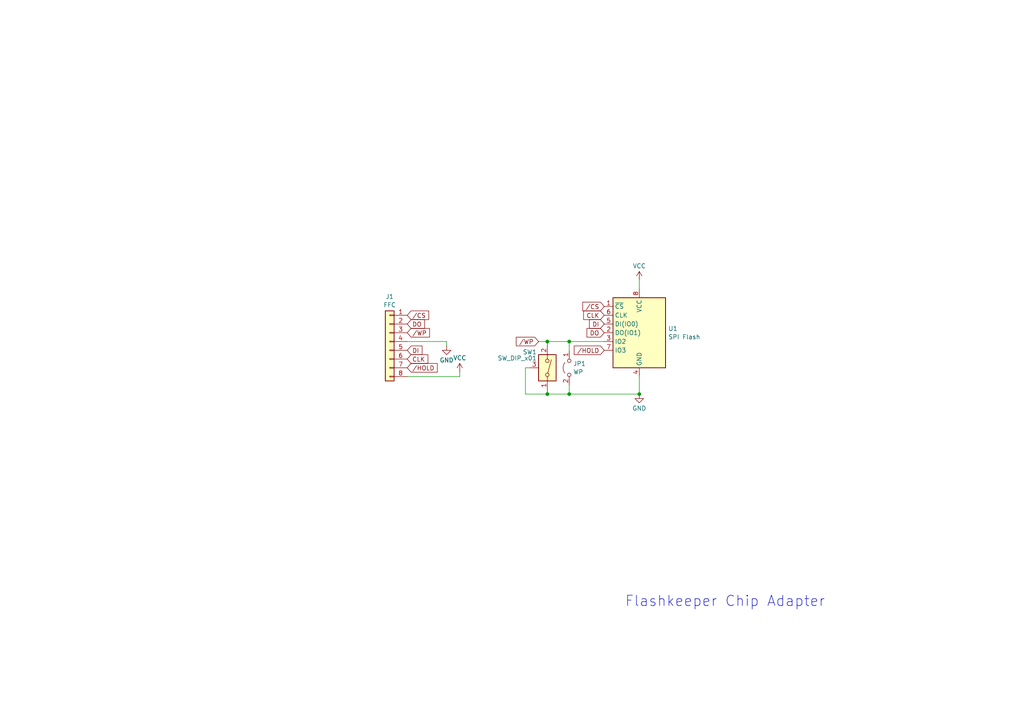
<source format=kicad_sch>
(kicad_sch (version 20231120) (generator "eeschema") (generator_version "8.0")
  (paper "A4")
  (lib_symbols
    (symbol "Connector_Generic:Conn_01x08" (pin_names (offset 1.016) hide)
      (property "Reference" "J" (at 0 10.16 0))
      (property "Value" "Conn_01x08" (at 0 -12.7 0))
      (symbol "Conn_01x08_1_1"
        (rectangle (start -1.27 -10.033) (end 0 -10.287) (stroke (width 0.1524)))
        (rectangle (start -1.27 -7.493) (end 0 -7.747) (stroke (width 0.1524)))
        (rectangle (start -1.27 -4.953) (end 0 -5.207) (stroke (width 0.1524)))
        (rectangle (start -1.27 -2.413) (end 0 -2.667) (stroke (width 0.1524)))
        (rectangle (start -1.27 0.127) (end 0 -0.127) (stroke (width 0.1524)))
        (rectangle (start -1.27 2.667) (end 0 2.413) (stroke (width 0.1524)))
        (rectangle (start -1.27 5.207) (end 0 4.953) (stroke (width 0.1524)))
        (rectangle (start -1.27 7.747) (end 0 7.493) (stroke (width 0.1524)))
        (rectangle (start -1.27 8.89) (end 1.27 -11.43) (stroke (width 0.254)) (fill (type background)))
        (pin passive line (at -5.08 7.62 0) (length 3.81) (name "Pin_1") (number "1"))
        (pin passive line (at -5.08 5.08 0) (length 3.81) (name "Pin_2") (number "2"))
        (pin passive line (at -5.08 2.54 0) (length 3.81) (name "Pin_3") (number "3"))
        (pin passive line (at -5.08 0 0) (length 3.81) (name "Pin_4") (number "4"))
        (pin passive line (at -5.08 -2.54 0) (length 3.81) (name "Pin_5") (number "5"))
        (pin passive line (at -5.08 -5.08 0) (length 3.81) (name "Pin_6") (number "6"))
        (pin passive line (at -5.08 -7.62 0) (length 3.81) (name "Pin_7") (number "7"))
        (pin passive line (at -5.08 -10.16 0) (length 3.81) (name "Pin_8") (number "8"))
      )
    )
    (symbol "Jumper:Jumper_2_Open" (pin_names (offset 0) hide)
      (property "Reference" "JP" (at 0 2.794 0))
      (property "Value" "Jumper_2_Open" (at 0 -2.286 0))
      (symbol "Jumper_2_Open_0_0"
        (circle (center -2.032 0) (radius 0.508))
        (circle (center 2.032 0) (radius 0.508))
      )
      (symbol "Jumper_2_Open_0_1"
        (arc (start 1.524 1.27) (mid 0 1.778) (end -1.524 1.27))
      )
      (symbol "Jumper_2_Open_1_1"
        (pin passive line (at -5.08 0 0) (length 2.54) (name "A") (number "1"))
        (pin passive line (at 5.08 0 180) (length 2.54) (name "B") (number "2"))
      )
    )
    (symbol "Memory_Flash:W25Q32JVSS"
      (property "Reference" "U" (at -6.35 11.43 0))
      (property "Value" "W25Q32JVSS" (at 7.62 11.43 0))
      (symbol "W25Q32JVSS_0_1"
        (rectangle (start -7.62 10.16) (end 7.62 -10.16) (stroke (width 0.254)) (fill (type background)))
      )
      (symbol "W25Q32JVSS_1_1"
        (pin input line (at -10.16 7.62 0) (length 2.54) (name "~{CS}") (number "1"))
        (pin bidirectional line (at -10.16 0 0) (length 2.54) (name "DO(IO1)") (number "2"))
        (pin bidirectional line (at -10.16 -2.54 0) (length 2.54) (name "IO2") (number "3"))
        (pin power_in line (at 0 -12.7 90) (length 2.54) (name "GND") (number "4"))
        (pin bidirectional line (at -10.16 2.54 0) (length 2.54) (name "DI(IO0)") (number "5"))
        (pin input line (at -10.16 5.08 0) (length 2.54) (name "CLK") (number "6"))
        (pin bidirectional line (at -10.16 -5.08 0) (length 2.54) (name "IO3") (number "7"))
        (pin power_in line (at 0 12.7 270) (length 2.54) (name "VCC") (number "8"))
      )
    )
    (symbol "flashkeeper:SW_DIP_x01_Grounded" (pin_names (offset 0) hide)
      (property "Reference" "SW" (at 0 5.842 0))
      (property "Value" "SW_DIP_x01_Grounded" (at 0 3.81 0))
      (symbol "SW_DIP_x01_Grounded_0_0"
        (circle (center -2.032 0) (radius 0.508))
        (polyline (pts (xy -1.524 0.127) (xy 2.3622 1.1684)))
        (circle (center 2.032 0) (radius 0.508))
      )
      (symbol "SW_DIP_x01_Grounded_0_1"
        (rectangle (start -3.81 2.54) (end 3.81 -2.54) (stroke (width 0.254)) (fill (type background)))
      )
      (symbol "SW_DIP_x01_Grounded_1_1"
        (pin passive line (at -7.62 0 0) (length 5.08) (name "~") (number "1"))
        (pin passive line (at 7.62 0 180) (length 5.08) (name "~") (number "2"))
        (pin power_in line (at 0 -5.08 90) (length 2.54) (name "GND") (number "3"))
      )
    )
    (symbol "power:GND" (power) (pin_numbers hide) (pin_names (offset 0) hide)
      (property "Value" "GND" (at 0 -3.81 0))
      (symbol "GND_0_1"
        (polyline (pts (xy 0 0) (xy 0 -1.27) (xy 1.27 -1.27) (xy 0 -2.54) (xy -1.27 -1.27) (xy 0 -1.27)))
      )
      (symbol "GND_1_1"
        (pin power_in line (at 0 0 270) (length 0) (name "~") (number "1"))
      )
    )
    (symbol "power:VCC" (power) (pin_numbers hide) (pin_names (offset 0) hide)
      (property "Value" "VCC" (at 0 3.556 0))
      (symbol "VCC_0_1"
        (polyline (pts (xy -0.762 1.27) (xy 0 2.54)))
        (polyline (pts (xy 0 0) (xy 0 2.54)))
        (polyline (pts (xy 0 2.54) (xy 0.762 1.27)))
      )
      (symbol "VCC_1_1"
        (pin power_in line (at 0 0 90) (length 0) (name "~") (number "1"))
      )
    )
  )
  (junction (at 185.42 114.3))
  (junction (at 158.75 99.06))
  (junction (at 165.1 114.3))
  (junction (at 165.1 99.06))
  (junction (at 158.75 114.3))
  (wire (pts (xy 165.1 99.06) (xy 175.26 99.06)))
  (wire (pts (xy 152.4 106.68) (xy 152.4 114.3)))
  (wire (pts (xy 185.42 83.82) (xy 185.42 81.28)))
  (wire (pts (xy 133.35 107.95) (xy 133.35 109.22)))
  (wire (pts (xy 156.21 99.06) (xy 158.75 99.06)))
  (wire (pts (xy 133.35 109.22) (xy 118.11 109.22)))
  (wire (pts (xy 158.75 99.06) (xy 165.1 99.06)))
  (wire (pts (xy 129.54 99.06) (xy 118.11 99.06)))
  (wire (pts (xy 165.1 101.6) (xy 165.1 99.06)))
  (wire (pts (xy 129.54 100.33) (xy 129.54 99.06)))
  (wire (pts (xy 153.67 106.68) (xy 152.4 106.68)))
  (wire (pts (xy 152.4 114.3) (xy 158.75 114.3)))
  (wire (pts (xy 165.1 114.3) (xy 185.42 114.3)))
  (wire (pts (xy 165.1 114.3) (xy 165.1 111.76)))
  (wire (pts (xy 185.42 109.22) (xy 185.42 114.3)))
  (wire (pts (xy 158.75 114.3) (xy 165.1 114.3)))
  (text "Flashkeeper Chip Adapter" (at 210.312 174.498 0) (effects (font (size 3 3))))
  (global_label "CLK" (shape input) (at 118.11 104.14 0) (property "Intersheetrefs" "${INTERSHEET_REFS}" (effects (hide yes))))
  (global_label "{slash}WP" (shape input) (at 156.21 99.06 180) (property "Intersheetrefs" "${INTERSHEET_REFS}" (effects (hide yes))))
  (global_label "{slash}WP" (shape input) (at 118.11 96.52 0) (property "Intersheetrefs" "${INTERSHEET_REFS}" (effects (hide yes))))
  (global_label "CLK" (shape input) (at 175.26 91.44 180) (property "Intersheetrefs" "${INTERSHEET_REFS}" (effects (hide yes))))
  (global_label "{slash}HOLD" (shape input) (at 118.11 106.68 0) (property "Intersheetrefs" "${INTERSHEET_REFS}" (effects (hide yes))))
  (global_label "DO" (shape input) (at 175.26 96.52 180) (property "Intersheetrefs" "${INTERSHEET_REFS}" (effects (hide yes))))
  (global_label "{slash}CS" (shape input) (at 118.11 91.44 0) (property "Intersheetrefs" "${INTERSHEET_REFS}" (effects (hide yes))))
  (global_label "DI" (shape input) (at 175.26 93.98 180) (property "Intersheetrefs" "${INTERSHEET_REFS}" (effects (hide yes))))
  (global_label "{slash}CS" (shape input) (at 175.26 88.9 180) (property "Intersheetrefs" "${INTERSHEET_REFS}" (effects (hide yes))))
  (global_label "DO" (shape input) (at 118.11 93.98 0) (property "Intersheetrefs" "${INTERSHEET_REFS}" (effects (hide yes))))
  (global_label "{slash}HOLD" (shape input) (at 175.26 101.6 180) (property "Intersheetrefs" "${INTERSHEET_REFS}" (effects (hide yes))))
  (global_label "DI" (shape input) (at 118.11 101.6 0) (property "Intersheetrefs" "${INTERSHEET_REFS}" (effects (hide yes))))
  (symbol (lib_id "Memory_Flash:W25Q32JVSS") (at 185.42 96.52 0) (unit 1)
    (property "Reference" "U1" (at 193.802 95.3078 0) (effects (justify left)))
    (property "Value" "SPI Flash" (at 193.802 97.7321 0) (effects (justify left)))
    (property "Footprint" "flashkeeper:SolderConnector_SOIC8" (effects (hide yes)))
    (property "Datasheet" "http://www.winbond.com/resource-files/w25q32jv%20revg%2003272018%20plus.pdf" (effects (hide yes)))
    (property "Description" "32Mb Serial Flash Memory, Standard/Dual/Quad SPI, SOIC-8" (effects (hide yes)))
  )
  (symbol (lib_id "Jumper:Jumper_2_Open") (at 165.1 106.68 90) (mirror x) (unit 1)
    (property "Reference" "JP1" (at 166.243 105.4678 90) (effects (justify right)))
    (property "Value" "WP" (at 166.243 107.8921 90) (effects (justify right)))
    (property "Footprint" "Jumper:SolderJumper-2_P1.3mm_Open_RoundedPad1.0x1.5mm" (effects (hide yes)))
    (property "Description" "Jumper, 2-pole, open" (effects (hide yes)))
  )
  (symbol (lib_id "flashkeeper:SW_DIP_x01_Grounded") (at 158.75 106.68 270) (mirror x) (unit 1)
    (property "Reference" "SW1" (at 155.702 102.108 90) (effects (justify right)))
    (property "Value" "SW_DIP_x01" (at 155.702 103.886 90) (effects (justify right)))
    (property "Footprint" "Button_Switch_SMD:SW_DIP_SPSTx01_Slide_Copal_CVS-01xB_W5.9mm_P1mm" (effects (hide yes)))
    (property "Description" "1x DIP Switch, Single Pole Single Throw (SPST) switch, small symbol" (effects (hide yes)))
  )
  (symbol (lib_id "power:VCC") (at 185.42 81.28 0) (unit 1)
    (property "Reference" "#PWR02" (effects (hide yes)))
    (property "Value" "VCC" (at 185.42 77.1469 0))
    (property "Description" "Power symbol creates a global label with name \"VCC\"" (effects (hide yes)))
  )
  (symbol (lib_id "power:VCC") (at 133.35 107.95 0) (unit 1)
    (property "Reference" "#PWR04" (effects (hide yes)))
    (property "Value" "VCC" (at 133.35 103.8169 0))
    (property "Description" "Power symbol creates a global label with name \"VCC\"" (effects (hide yes)))
  )
  (symbol (lib_id "power:GND") (at 185.42 114.3 0) (unit 1)
    (property "Reference" "#PWR01" (effects (hide yes)))
    (property "Value" "GND" (at 185.42 118.4331 0))
    (property "Description" "Power symbol creates a global label with name \"GND\" , ground" (effects (hide yes)))
  )
  (symbol (lib_id "Connector_Generic:Conn_01x08") (at 113.03 99.06 0) (mirror y) (unit 1)
    (property "Reference" "J1" (at 113.03 86.0255 0))
    (property "Value" "FFC" (at 113.03 88.4498 0))
    (property "Footprint" "flashkeeper:FFC_8_0.5mm" (effects (hide yes)))
    (property "Description" "Generic connector, single row, 01x08, script generated (kicad-library-utils/schlib/autogen/connector/)" (effects (hide yes)))
  )
  (symbol (lib_id "power:GND") (at 129.54 100.33 0) (unit 1)
    (property "Reference" "#PWR03" (effects (hide yes)))
    (property "Value" "GND" (at 129.54 104.4631 0))
    (property "Description" "Power symbol creates a global label with name \"GND\" , ground" (effects (hide yes)))
  )
)
</source>
